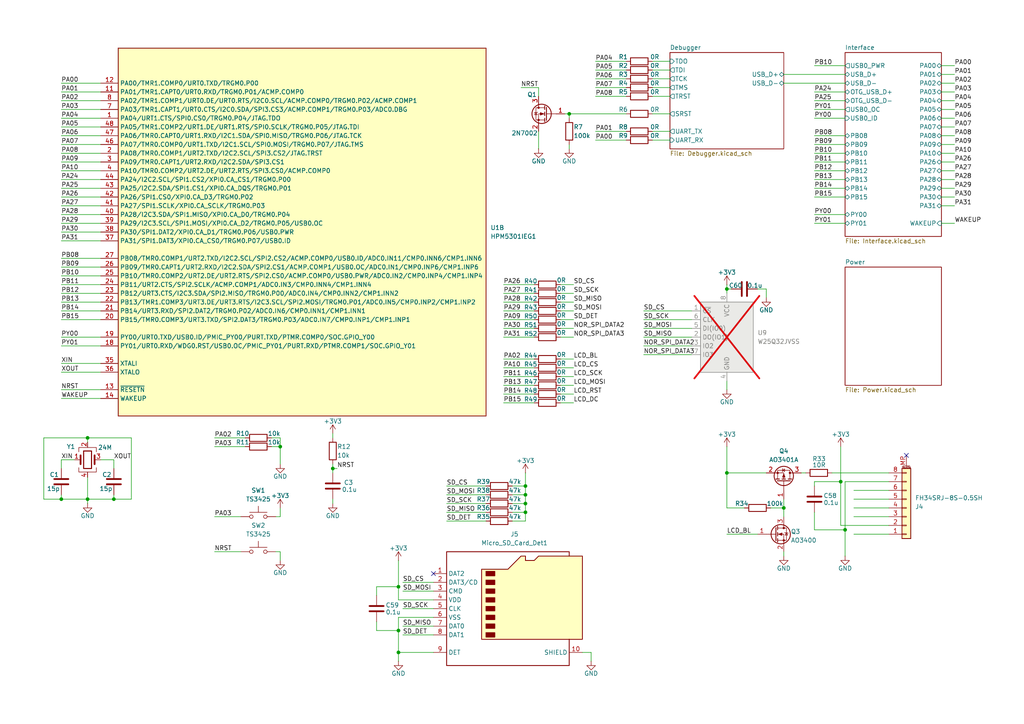
<source format=kicad_sch>
(kicad_sch (version 20231120) (generator "eeschema") (generator_version "8.0")
  (paper "A4")
  (lib_symbols
    (symbol "Connector:Micro_SD_Card_Det1"
      (property "Reference" "J" (at -16.51 17.78 0))
      (property "Value" "Micro_SD_Card_Det1" (at 16.51 17.78 0))
      (symbol "Micro_SD_Card_Det1_1_1"
        (pin bidirectional line (at -22.86 10.16 0) (length 3.81) (name "DAT2") (number "1"))
        (pin passive line (at 20.32 -12.7 180) (length 3.81) (name "SHIELD") (number "10"))
        (pin bidirectional line (at -22.86 7.62 0) (length 3.81) (name "DAT3/CD") (number "2"))
        (pin input line (at -22.86 5.08 0) (length 3.81) (name "CMD") (number "3"))
        (pin power_in line (at -22.86 2.54 0) (length 3.81) (name "VDD") (number "4"))
        (pin input line (at -22.86 0 0) (length 3.81) (name "CLK") (number "5"))
        (pin power_in line (at -22.86 -2.54 0) (length 3.81) (name "VSS") (number "6"))
        (pin bidirectional line (at -22.86 -5.08 0) (length 3.81) (name "DAT0") (number "7"))
        (pin bidirectional line (at -22.86 -7.62 0) (length 3.81) (name "DAT1") (number "8"))
        (pin passive line (at -22.86 -12.7 0) (length 3.81) (name "DET") (number "9"))
      )
    )
    (symbol "Connector_Generic_MountingPin:Conn_01x08_MountingPin" (pin_names (offset 1.016) hide)
      (property "Reference" "J" (at 0 10.16 0))
      (property "Value" "Conn_01x08_MountingPin" (at 1.27 -12.7 0))
      (symbol "Conn_01x08_MountingPin_1_1"
        (text "Mounting" (at 0 -11.811 0) (effects (font (size 0.381 0.381))))
        (pin passive line (at -5.08 7.62 0) (length 3.81) (name "Pin_1") (number "1"))
        (pin passive line (at -5.08 5.08 0) (length 3.81) (name "Pin_2") (number "2"))
        (pin passive line (at -5.08 2.54 0) (length 3.81) (name "Pin_3") (number "3"))
        (pin passive line (at -5.08 0 0) (length 3.81) (name "Pin_4") (number "4"))
        (pin passive line (at -5.08 -2.54 0) (length 3.81) (name "Pin_5") (number "5"))
        (pin passive line (at -5.08 -5.08 0) (length 3.81) (name "Pin_6") (number "6"))
        (pin passive line (at -5.08 -7.62 0) (length 3.81) (name "Pin_7") (number "7"))
        (pin passive line (at -5.08 -10.16 0) (length 3.81) (name "Pin_8") (number "8"))
        (pin passive line (at 0 -15.24 90) (length 3.048) (name "MountPin") (number "MP"))
      )
    )
    (symbol "Device:C" (pin_numbers hide) (pin_names (offset 0.254))
      (property "Reference" "C" (at 0.635 2.54 0))
      (property "Value" "C" (at 0.635 -2.54 0))
      (symbol "C_1_1"
        (pin passive line (at 0 3.81 270) (length 2.794) (name "~") (number "1"))
        (pin passive line (at 0 -3.81 90) (length 2.794) (name "~") (number "2"))
      )
    )
    (symbol "Device:Crystal_GND24" (pin_names (offset 1.016) hide)
      (property "Reference" "Y" (at 3.175 5.08 0))
      (property "Value" "Crystal_GND24" (at 3.175 3.175 0))
      (symbol "Crystal_GND24_1_1"
        (pin passive line (at -3.81 0 0) (length 1.27) (name "1") (number "1"))
        (pin passive line (at 0 5.08 270) (length 1.27) (name "2") (number "2"))
        (pin passive line (at 3.81 0 180) (length 1.27) (name "3") (number "3"))
        (pin passive line (at 0 -5.08 90) (length 1.27) (name "4") (number "4"))
      )
    )
    (symbol "Device:R" (pin_numbers hide) (pin_names (offset 0))
      (property "Reference" "R" (at 2.032 0 90))
      (property "Value" "R" (at 0 0 90))
      (symbol "R_1_1"
        (pin passive line (at 0 3.81 270) (length 1.27) (name "~") (number "1"))
        (pin passive line (at 0 -3.81 90) (length 1.27) (name "~") (number "2"))
      )
    )
    (symbol "HPM5300_Library:HPM5301IEG1"
      (property "Reference" "U" (at -39.624 54.356 0))
      (property "Value" "HPM5301IEG1" (at -25.654 54.356 0))
      (symbol "HPM5301IEG1_1_0"
        (pin power_in line (at 22.86 -17.78 180) (length 5.08) (name "VSS") (number "49"))
      )
      (symbol "HPM5301IEG1_1_1"
        (text "DCDC" (at -3.81 2.54 0) (effects (font (size 1.27 1.27))))
        (text "Internal" (at -12.7 7.62 0) (effects (font (size 1.27 1.27))))
        (text "LDO" (at -5.08 12.7 0) (effects (font (size 1.27 1.27))))
        (text "LDO" (at -5.08 17.78 0) (effects (font (size 1.27 1.27))))
        (pin power_out line (at 22.86 12.7 180) (length 5.08) (name "VDD_OTPCAP") (number "10"))
        (pin power_in line (at -22.86 -2.54 0) (length 5.08) (name "DCDC_LP") (number "15"))
        (pin power_in line (at -22.86 15.24 0) (length 5.08) (name "VPMC") (number "16"))
        (pin power_out line (at 22.86 17.78 180) (length 5.08) (name "VDD_PMCCAP") (number "17"))
        (pin power_in line (at 22.86 2.54 180) (length 5.08) (name "VDD_SOC") (number "28"))
        (pin power_in line (at 22.86 -12.7 180) (length 5.08) (name "VIO_B01") (number "29"))
        (pin power_in line (at -22.86 -17.78 0) (length 5.08) (name "VREFL") (number "30"))
        (pin power_in line (at -22.86 -15.24 0) (length 5.08) (name "VREFH") (number "31"))
        (pin power_in line (at -22.86 -12.7 0) (length 5.08) (name "VANA") (number "32"))
        (pin power_in line (at 22.86 0 180) (length 5.08) (name "VDD_SOC") (number "33"))
        (pin power_in line (at 22.86 -10.16 180) (length 5.08) (name "VIO_B00") (number "34"))
        (pin power_in line (at 22.86 -2.54 180) (length 5.08) (name "VDD_SOC") (number "45"))
        (pin power_in line (at 22.86 7.62 180) (length 5.08) (name "VDD_SOC") (number "5"))
        (pin power_in line (at 22.86 -7.62 180) (length 5.08) (name "VIO_B00") (number "6"))
        (pin power_in line (at 22.86 5.08 180) (length 5.08) (name "VDD_SOC") (number "9"))
      )
      (symbol "HPM5301IEG1_2_1"
        (pin bidirectional line (at -58.42 33.02 0) (length 5.08) (name "PA04/URT1.CTS/SPI0.CS0/TRGM0.P04/JTAG.TDO") (number "1"))
        (pin bidirectional line (at -58.42 40.64 0) (length 5.08) (name "PA01/TMR1.CAPT0/URT0.RXD/TRGM0.P01/ACMP.COMP0") (number "11"))
        (pin bidirectional line (at -58.42 43.18 0) (length 5.08) (name "PA00/TMR1.COMP0/URT0.TXD/TRGM0.P00") (number "12"))
        (pin input line (at -58.42 -45.72 0) (length 5.08) (name "~{RESETN}") (number "13"))
        (pin input line (at -58.42 -48.26 0) (length 5.08) (name "WAKEUP") (number "14"))
        (pin bidirectional line (at -58.42 -33.02 0) (length 5.08) (name "PY01/URT0.RXD/WDG0.RST/USB0.OC/PMIC_PY01/PURT.RXD/PTMR.COMP1/SOC.GPIO_Y01") (number "18"))
        (pin bidirectional line (at -58.42 -30.48 0) (length 5.08) (name "PY00/URT0.TXD/USB0.ID/PMIC_PY00/PURT.TXD/PTMR.COMP0/SOC.GPIO_Y00") (number "19"))
        (pin bidirectional line (at -58.42 22.86 0) (length 5.08) (name "PA08/TMR0.COMP1/URT2.TXD/I2C2.SCL/SPI3.CS2/JTAG.TRST") (number "2"))
        (pin bidirectional line (at -58.42 -25.4 0) (length 5.08) (name "PB15/TMR0.COMP3/URT3.TXD/SPI2.DAT3/TRGM0.P03/ADC0.IN7/CMP0.INP1/CMP1.INP1") (number "20"))
        (pin bidirectional line (at -58.42 -22.86 0) (length 5.08) (name "PB14/URT3.RXD/SPI2.DAT2/TRGM0.P02/ADC0.IN6/CMP0.INN1/CMP1.INN1") (number "21"))
        (pin bidirectional line (at -58.42 -20.32 0) (length 5.08) (name "PB13/TMR1.COMP3/URT3.DE/URT3.RTS/I2C3.SCL/SPI2.MOSI/TRGM0.P01/ADC0.IN5/CMP0.INP2/CMP1.INP2") (number "22"))
        (pin bidirectional line (at -58.42 -17.78 0) (length 5.08) (name "PB12/URT3.CTS/I2C3.SDA/SPI2.MISO/TRGM0.P00/ADC0.IN4/CMP0.INN2/CMP1.INN2") (number "23"))
        (pin bidirectional line (at -58.42 -15.24 0) (length 5.08) (name "PB11/URT2.CTS/SPI2.SCLK/ACMP.COMP1/ADC0.IN3/CMP0.INN4/CMP1.INN4") (number "24"))
        (pin bidirectional line (at -58.42 -12.7 0) (length 5.08) (name "PB10/TMR0.COMP2/URT2.DE/URT2.RTS/SPI2.CS0/ACMP.COMP0/USB0.PWR/ADC0.IN2/CMP0.INP4/CMP1.INP4") (number "25"))
        (pin bidirectional line (at -58.42 -10.16 0) (length 5.08) (name "PB09/TMR0.CAPT1/URT2.RXD/I2C2.SDA/SPI2.CS1/ACMP.COMP1/USB0.OC/ADC0.IN1/CMP0.INP6/CMP1.INP6") (number "26"))
        (pin bidirectional line (at -58.42 -7.62 0) (length 5.08) (name "PB08/TMR0.COMP1/URT2.TXD/I2C2.SCL/SPI2.CS2/ACMP.COMP0/USB0.ID/ADC0.IN11/CMP0.INN6/CMP1.INN6") (number "27"))
        (pin bidirectional line (at -58.42 20.32 0) (length 5.08) (name "PA09/TMR0.CAPT1/URT2.RXD/I2C2.SDA/SPI3.CS1") (number "3"))
        (pin input line (at -58.42 -38.1 0) (length 5.08) (name "XTALI") (number "35"))
        (pin output line (at -58.42 -40.64 0) (length 5.08) (name "XTALO") (number "36"))
        (pin bidirectional line (at -58.42 -2.54 0) (length 5.08) (name "PA31/SPI1.DAT3/XPI0.CA_CS0/TRGM0.P07/USB0.ID") (number "37"))
        (pin bidirectional line (at -58.42 0 0) (length 5.08) (name "PA30/SPI1.DAT2/XPI0.CA_D1/TRGM0.P06/USB0.PWR") (number "38"))
        (pin bidirectional line (at -58.42 2.54 0) (length 5.08) (name "PA29/I2C3.SCL/SPI1.MOSI/XPI0.CA_D2/TRGM0.P05/USB0.OC") (number "39"))
        (pin bidirectional line (at -58.42 17.78 0) (length 5.08) (name "PA10/TMR0.COMP2/URT2.DE/URT2.RTS/SPI3.CS0/ACMP.COMP0") (number "4"))
        (pin bidirectional line (at -58.42 5.08 0) (length 5.08) (name "PA28/I2C3.SDA/SPI1.MISO/XPI0.CA_D0/TRGM0.P04") (number "40"))
        (pin bidirectional line (at -58.42 7.62 0) (length 5.08) (name "PA27/SPI1.SCLK/XPI0.CA_SCLK/TRGM0.P03") (number "41"))
        (pin bidirectional line (at -58.42 10.16 0) (length 5.08) (name "PA26/SPI1.CS0/XPI0.CA_D3/TRGM0.P02") (number "42"))
        (pin bidirectional line (at -58.42 12.7 0) (length 5.08) (name "PA25/I2C2.SDA/SPI1.CS1/XPI0.CA_DQS/TRGM0.P01") (number "43"))
        (pin bidirectional line (at -58.42 15.24 0) (length 5.08) (name "PA24/I2C2.SCL/SPI1.CS2/XPI0.CA_CS1/TRGM0.P00") (number "44"))
        (pin bidirectional line (at -58.42 25.4 0) (length 5.08) (name "PA07/TMR0.COMP0/URT1.TXD/I2C1.SCL/SPI0.MOSI/TRGM0.P07/JTAG.TMS") (number "46"))
        (pin bidirectional line (at -58.42 27.94 0) (length 5.08) (name "PA06/TMR0.CAPT0/URT1.RXD/I2C1.SDA/SPI0.MISO/TRGM0.P06/JTAG.TCK") (number "47"))
        (pin bidirectional line (at -58.42 30.48 0) (length 5.08) (name "PA05/TMR1.COMP2/URT1.DE/URT1.RTS/SPI0.SCLK/TRGM0.P05/JTAG.TDI") (number "48"))
        (pin bidirectional line (at -58.42 35.56 0) (length 5.08) (name "PA03/TMR1.CAPT1/URT0.CTS/I2C0.SDA/SPI3.CS3/ACMP.COMP1/TRGM0.P03/ADC0.DBG") (number "7"))
        (pin bidirectional line (at -58.42 38.1 0) (length 5.08) (name "PA02/TMR1.COMP1/URT0.DE/URT0.RTS/I2C0.SCL/ACMP.COMP0/TRGM0.P02/ACMP.COMP1") (number "8"))
      )
    )
    (symbol "Memory_Flash:W25Q32JVSS"
      (property "Reference" "U" (at -6.35 11.43 0))
      (property "Value" "W25Q32JVSS" (at 7.62 11.43 0))
      (symbol "W25Q32JVSS_1_1"
        (pin input line (at -10.16 7.62 0) (length 2.54) (name "~{CS}") (number "1"))
        (pin bidirectional line (at -10.16 0 0) (length 2.54) (name "DO(IO1)") (number "2"))
        (pin bidirectional line (at -10.16 -2.54 0) (length 2.54) (name "IO2") (number "3"))
        (pin power_in line (at 0 -12.7 90) (length 2.54) (name "GND") (number "4"))
        (pin bidirectional line (at -10.16 2.54 0) (length 2.54) (name "DI(IO0)") (number "5"))
        (pin input line (at -10.16 5.08 0) (length 2.54) (name "CLK") (number "6"))
        (pin bidirectional line (at -10.16 -5.08 0) (length 2.54) (name "IO3") (number "7"))
        (pin power_in line (at 0 12.7 270) (length 2.54) (name "VCC") (number "8"))
      )
    )
    (symbol "Switch:SW_Push" (pin_numbers hide) (pin_names (offset 1.016) hide)
      (property "Reference" "SW" (at 1.27 2.54 0))
      (property "Value" "SW_Push" (at 0 -1.524 0))
      (symbol "SW_Push_0_1"
        (pin passive line (at -5.08 0 0) (length 2.54) (name "1") (number "1"))
        (pin passive line (at 5.08 0 180) (length 2.54) (name "2") (number "2"))
      )
    )
    (symbol "Transistor_FET:2N7002" (pin_names hide)
      (property "Reference" "Q" (at 5.08 1.905 0))
      (property "Value" "2N7002" (at 5.08 0 0))
      (symbol "2N7002_1_1"
        (pin input line (at -5.08 0 0) (length 2.54) (name "G") (number "1"))
        (pin passive line (at 2.54 -5.08 90) (length 2.54) (name "S") (number "2"))
        (pin passive line (at 2.54 5.08 270) (length 2.54) (name "D") (number "3"))
      )
    )
    (symbol "Transistor_FET:AO3400A" (pin_names hide)
      (property "Reference" "Q" (at 5.08 1.905 0))
      (property "Value" "AO3400A" (at 5.08 0 0))
      (symbol "AO3400A_1_1"
        (pin input line (at -5.08 0 0) (length 2.54) (name "G") (number "1"))
        (pin passive line (at 2.54 -5.08 90) (length 2.54) (name "S") (number "2"))
        (pin passive line (at 2.54 5.08 270) (length 2.54) (name "D") (number "3"))
      )
    )
    (symbol "Transistor_FET:AO3401A" (pin_names hide)
      (property "Reference" "Q" (at 5.08 1.905 0))
      (property "Value" "AO3401A" (at 5.08 0 0))
      (symbol "AO3401A_1_1"
        (pin input line (at -5.08 0 0) (length 2.54) (name "G") (number "1"))
        (pin passive line (at 2.54 -5.08 90) (length 2.54) (name "S") (number "2"))
        (pin passive line (at 2.54 5.08 270) (length 2.54) (name "D") (number "3"))
      )
    )
    (symbol "power:+3V3" (power) (pin_numbers hide) (pin_names (offset 0) hide)
      (property "Value" "+3V3" (at 0 3.556 0))
      (symbol "+3V3_1_1"
        (pin power_in line (at 0 0 90) (length 0) (name "~") (number "1"))
      )
    )
    (symbol "power:GND" (power) (pin_numbers hide) (pin_names (offset 0) hide)
      (property "Value" "GND" (at 0 -3.81 0))
      (symbol "GND_1_1"
        (pin power_in line (at 0 0 270) (length 0) (name "~") (number "1"))
      )
    )
  )
  (junction (at 210.82 83.82))
  (junction (at 152.4 146.05))
  (junction (at 243.84 139.7))
  (junction (at 152.4 148.59))
  (junction (at 81.28 129.54))
  (junction (at 96.52 135.89))
  (junction (at 152.4 143.51))
  (junction (at 165.1 33.02))
  (junction (at 115.57 189.23))
  (junction (at 152.4 140.97))
  (junction (at 245.11 153.67))
  (junction (at 33.02 144.78))
  (junction (at 115.57 170.18))
  (junction (at 25.4 127))
  (junction (at 25.4 144.78))
  (junction (at 210.82 137.16))
  (junction (at 17.78 144.78))
  (junction (at 227.33 147.32))
  (junction (at 115.57 182.88))
  (no_connect (at 125.73 166.37))
  (no_connect (at 262.89 132.08))
  (wire (pts (xy 129.54 140.97) (xy 140.97 140.97)))
  (wire (pts (xy 146.05 116.84) (xy 154.94 116.84)))
  (wire (pts (xy 162.56 109.22) (xy 166.37 109.22)))
  (wire (pts (xy 148.59 143.51) (xy 152.4 143.51)))
  (wire (pts (xy 276.86 59.69) (xy 273.05 59.69)))
  (wire (pts (xy 166.37 116.84) (xy 162.56 116.84)))
  (wire (pts (xy 210.82 110.49) (xy 210.82 113.03)))
  (wire (pts (xy 17.78 133.35) (xy 21.59 133.35)))
  (wire (pts (xy 222.25 83.82) (xy 222.25 86.36)))
  (wire (pts (xy 129.54 151.13) (xy 140.97 151.13)))
  (wire (pts (xy 17.78 82.55) (xy 29.21 82.55)))
  (wire (pts (xy 236.22 57.15) (xy 245.11 57.15)))
  (wire (pts (xy 236.22 64.77) (xy 245.11 64.77)))
  (wire (pts (xy 38.1 127) (xy 38.1 144.78)))
  (wire (pts (xy 148.59 148.59) (xy 152.4 148.59)))
  (wire (pts (xy 172.72 22.86) (xy 181.61 22.86)))
  (wire (pts (xy 210.82 83.82) (xy 212.09 83.82)))
  (wire (pts (xy 166.37 106.68) (xy 162.56 106.68)))
  (wire (pts (xy 227.33 147.32) (xy 227.33 149.86)))
  (wire (pts (xy 116.84 176.53) (xy 125.73 176.53)))
  (wire (pts (xy 186.69 92.71) (xy 200.66 92.71)))
  (wire (pts (xy 109.22 172.72) (xy 109.22 170.18)))
  (wire (pts (xy 146.05 114.3) (xy 154.94 114.3)))
  (wire (pts (xy 189.23 25.4) (xy 194.31 25.4)))
  (wire (pts (xy 146.05 97.79) (xy 154.94 97.79)))
  (wire (pts (xy 163.83 33.02) (xy 165.1 33.02)))
  (wire (pts (xy 17.78 144.78) (xy 25.4 144.78)))
  (wire (pts (xy 166.37 90.17) (xy 162.56 90.17)))
  (wire (pts (xy 17.78 67.31) (xy 29.21 67.31)))
  (wire (pts (xy 17.78 34.29) (xy 29.21 34.29)))
  (wire (pts (xy 80.01 160.02) (xy 81.28 160.02)))
  (wire (pts (xy 210.82 154.94) (xy 219.71 154.94)))
  (wire (pts (xy 78.74 129.54) (xy 81.28 129.54)))
  (wire (pts (xy 186.69 102.87) (xy 200.66 102.87)))
  (wire (pts (xy 62.23 127) (xy 71.12 127)))
  (wire (pts (xy 236.22 29.21) (xy 245.11 29.21)))
  (wire (pts (xy 276.86 44.45) (xy 273.05 44.45)))
  (wire (pts (xy 276.86 29.21) (xy 273.05 29.21)))
  (wire (pts (xy 146.05 106.68) (xy 154.94 106.68)))
  (wire (pts (xy 236.22 39.37) (xy 245.11 39.37)))
  (wire (pts (xy 17.78 144.78) (xy 17.78 143.51)))
  (wire (pts (xy 17.78 133.35) (xy 17.78 135.89)))
  (wire (pts (xy 17.78 107.95) (xy 29.21 107.95)))
  (wire (pts (xy 25.4 127) (xy 38.1 127)))
  (wire (pts (xy 148.59 151.13) (xy 152.4 151.13)))
  (wire (pts (xy 276.86 41.91) (xy 273.05 41.91)))
  (wire (pts (xy 17.78 54.61) (xy 29.21 54.61)))
  (wire (pts (xy 17.78 39.37) (xy 29.21 39.37)))
  (wire (pts (xy 162.56 92.71) (xy 166.37 92.71)))
  (wire (pts (xy 247.65 149.86) (xy 257.81 149.86)))
  (wire (pts (xy 223.52 147.32) (xy 227.33 147.32)))
  (wire (pts (xy 236.22 54.61) (xy 245.11 54.61)))
  (wire (pts (xy 17.78 74.93) (xy 29.21 74.93)))
  (wire (pts (xy 276.86 46.99) (xy 273.05 46.99)))
  (wire (pts (xy 232.41 137.16) (xy 233.68 137.16)))
  (wire (pts (xy 17.78 59.69) (xy 29.21 59.69)))
  (wire (pts (xy 17.78 77.47) (xy 29.21 77.47)))
  (wire (pts (xy 236.22 49.53) (xy 245.11 49.53)))
  (wire (pts (xy 17.78 26.67) (xy 29.21 26.67)))
  (wire (pts (xy 247.65 154.94) (xy 257.81 154.94)))
  (wire (pts (xy 186.69 90.17) (xy 200.66 90.17)))
  (wire (pts (xy 115.57 179.07) (xy 115.57 182.88)))
  (wire (pts (xy 146.05 104.14) (xy 154.94 104.14)))
  (wire (pts (xy 62.23 149.86) (xy 69.85 149.86)))
  (wire (pts (xy 236.22 19.05) (xy 245.11 19.05)))
  (wire (pts (xy 17.78 49.53) (xy 29.21 49.53)))
  (wire (pts (xy 17.78 29.21) (xy 29.21 29.21)))
  (wire (pts (xy 17.78 69.85) (xy 29.21 69.85)))
  (wire (pts (xy 129.54 148.59) (xy 140.97 148.59)))
  (wire (pts (xy 172.72 40.64) (xy 181.61 40.64)))
  (wire (pts (xy 276.86 52.07) (xy 273.05 52.07)))
  (wire (pts (xy 189.23 20.32) (xy 194.31 20.32)))
  (wire (pts (xy 81.28 160.02) (xy 81.28 162.56)))
  (wire (pts (xy 17.78 46.99) (xy 29.21 46.99)))
  (wire (pts (xy 17.78 80.01) (xy 29.21 80.01)))
  (wire (pts (xy 115.57 189.23) (xy 115.57 191.77)))
  (wire (pts (xy 243.84 152.4) (xy 243.84 139.7)))
  (wire (pts (xy 152.4 137.16) (xy 152.4 140.97)))
  (wire (pts (xy 241.3 137.16) (xy 257.81 137.16)))
  (wire (pts (xy 17.78 97.79) (xy 29.21 97.79)))
  (wire (pts (xy 115.57 162.56) (xy 115.57 170.18)))
  (wire (pts (xy 276.86 21.59) (xy 273.05 21.59)))
  (wire (pts (xy 276.86 39.37) (xy 273.05 39.37)))
  (wire (pts (xy 172.72 25.4) (xy 181.61 25.4)))
  (wire (pts (xy 215.9 147.32) (xy 210.82 147.32)))
  (wire (pts (xy 210.82 129.54) (xy 210.82 137.16)))
  (wire (pts (xy 62.23 129.54) (xy 71.12 129.54)))
  (wire (pts (xy 276.86 36.83) (xy 273.05 36.83)))
  (wire (pts (xy 247.65 147.32) (xy 257.81 147.32)))
  (wire (pts (xy 166.37 114.3) (xy 162.56 114.3)))
  (wire (pts (xy 81.28 147.32) (xy 81.28 149.86)))
  (wire (pts (xy 146.05 111.76) (xy 154.94 111.76)))
  (wire (pts (xy 146.05 92.71) (xy 154.94 92.71)))
  (wire (pts (xy 189.23 27.94) (xy 194.31 27.94)))
  (wire (pts (xy 115.57 182.88) (xy 115.57 189.23)))
  (wire (pts (xy 109.22 180.34) (xy 109.22 182.88)))
  (wire (pts (xy 12.7 127) (xy 12.7 144.78)))
  (wire (pts (xy 245.11 139.7) (xy 245.11 153.67)))
  (wire (pts (xy 115.57 179.07) (xy 125.73 179.07)))
  (wire (pts (xy 189.23 40.64) (xy 194.31 40.64)))
  (wire (pts (xy 146.05 95.25) (xy 154.94 95.25)))
  (wire (pts (xy 243.84 139.7) (xy 243.84 129.54)))
  (wire (pts (xy 115.57 173.99) (xy 125.73 173.99)))
  (wire (pts (xy 129.54 146.05) (xy 140.97 146.05)))
  (wire (pts (xy 17.78 87.63) (xy 29.21 87.63)))
  (wire (pts (xy 236.22 44.45) (xy 245.11 44.45)))
  (wire (pts (xy 171.45 189.23) (xy 171.45 191.77)))
  (wire (pts (xy 25.4 144.78) (xy 25.4 146.05)))
  (wire (pts (xy 172.72 17.78) (xy 181.61 17.78)))
  (wire (pts (xy 17.78 90.17) (xy 29.21 90.17)))
  (wire (pts (xy 129.54 143.51) (xy 140.97 143.51)))
  (wire (pts (xy 146.05 109.22) (xy 154.94 109.22)))
  (wire (pts (xy 148.59 146.05) (xy 152.4 146.05)))
  (wire (pts (xy 162.56 104.14) (xy 166.37 104.14)))
  (wire (pts (xy 152.4 143.51) (xy 152.4 146.05)))
  (wire (pts (xy 116.84 168.91) (xy 125.73 168.91)))
  (wire (pts (xy 276.86 26.67) (xy 273.05 26.67)))
  (wire (pts (xy 236.22 34.29) (xy 245.11 34.29)))
  (wire (pts (xy 165.1 41.91) (xy 165.1 43.18)))
  (wire (pts (xy 146.05 87.63) (xy 154.94 87.63)))
  (wire (pts (xy 257.81 139.7) (xy 245.11 139.7)))
  (wire (pts (xy 25.4 127) (xy 12.7 127)))
  (wire (pts (xy 116.84 184.15) (xy 125.73 184.15)))
  (wire (pts (xy 152.4 146.05) (xy 152.4 148.59)))
  (wire (pts (xy 236.22 62.23) (xy 245.11 62.23)))
  (wire (pts (xy 146.05 90.17) (xy 154.94 90.17)))
  (wire (pts (xy 17.78 41.91) (xy 29.21 41.91)))
  (wire (pts (xy 33.02 133.35) (xy 33.02 135.89)))
  (wire (pts (xy 96.52 135.89) (xy 97.79 135.89)))
  (wire (pts (xy 189.23 17.78) (xy 194.31 17.78)))
  (wire (pts (xy 29.21 133.35) (xy 33.02 133.35)))
  (wire (pts (xy 276.86 34.29) (xy 273.05 34.29)))
  (wire (pts (xy 186.69 97.79) (xy 200.66 97.79)))
  (wire (pts (xy 17.78 92.71) (xy 29.21 92.71)))
  (wire (pts (xy 25.4 138.43) (xy 25.4 144.78)))
  (wire (pts (xy 78.74 127) (xy 81.28 127)))
  (wire (pts (xy 17.78 64.77) (xy 29.21 64.77)))
  (wire (pts (xy 81.28 129.54) (xy 81.28 134.62)))
  (wire (pts (xy 96.52 135.89) (xy 96.52 137.16)))
  (wire (pts (xy 152.4 140.97) (xy 152.4 143.51)))
  (wire (pts (xy 17.78 100.33) (xy 29.21 100.33)))
  (wire (pts (xy 146.05 82.55) (xy 154.94 82.55)))
  (wire (pts (xy 210.82 82.55) (xy 210.82 83.82)))
  (wire (pts (xy 115.57 170.18) (xy 115.57 173.99)))
  (wire (pts (xy 17.78 31.75) (xy 29.21 31.75)))
  (wire (pts (xy 17.78 113.03) (xy 29.21 113.03)))
  (wire (pts (xy 189.23 38.1) (xy 194.31 38.1)))
  (wire (pts (xy 17.78 36.83) (xy 29.21 36.83)))
  (wire (pts (xy 236.22 148.59) (xy 236.22 153.67)))
  (wire (pts (xy 276.86 31.75) (xy 273.05 31.75)))
  (wire (pts (xy 186.69 100.33) (xy 200.66 100.33)))
  (wire (pts (xy 219.71 83.82) (xy 222.25 83.82)))
  (wire (pts (xy 162.56 95.25) (xy 166.37 95.25)))
  (wire (pts (xy 151.13 25.4) (xy 156.21 25.4)))
  (wire (pts (xy 17.78 24.13) (xy 29.21 24.13)))
  (wire (pts (xy 109.22 170.18) (xy 115.57 170.18)))
  (wire (pts (xy 276.86 49.53) (xy 273.05 49.53)))
  (wire (pts (xy 245.11 153.67) (xy 245.11 161.29)))
  (wire (pts (xy 166.37 111.76) (xy 162.56 111.76)))
  (wire (pts (xy 189.23 22.86) (xy 194.31 22.86)))
  (wire (pts (xy 109.22 182.88) (xy 115.57 182.88)))
  (wire (pts (xy 172.72 27.94) (xy 181.61 27.94)))
  (wire (pts (xy 222.25 137.16) (xy 210.82 137.16)))
  (wire (pts (xy 81.28 127) (xy 81.28 129.54)))
  (wire (pts (xy 156.21 38.1) (xy 156.21 43.18)))
  (wire (pts (xy 166.37 85.09) (xy 162.56 85.09)))
  (wire (pts (xy 189.23 33.02) (xy 194.31 33.02)))
  (wire (pts (xy 236.22 46.99) (xy 245.11 46.99)))
  (wire (pts (xy 227.33 24.13) (xy 245.11 24.13)))
  (wire (pts (xy 236.22 140.97) (xy 236.22 139.7)))
  (wire (pts (xy 166.37 87.63) (xy 162.56 87.63)))
  (wire (pts (xy 146.05 85.09) (xy 154.94 85.09)))
  (wire (pts (xy 276.86 64.77) (xy 273.05 64.77)))
  (wire (pts (xy 236.22 31.75) (xy 245.11 31.75)))
  (wire (pts (xy 257.81 152.4) (xy 243.84 152.4)))
  (wire (pts (xy 165.1 33.02) (xy 181.61 33.02)))
  (wire (pts (xy 25.4 128.27) (xy 25.4 127)))
  (wire (pts (xy 236.22 139.7) (xy 243.84 139.7)))
  (wire (pts (xy 17.78 57.15) (xy 29.21 57.15)))
  (wire (pts (xy 96.52 144.78) (xy 96.52 146.05)))
  (wire (pts (xy 172.72 38.1) (xy 181.61 38.1)))
  (wire (pts (xy 148.59 140.97) (xy 152.4 140.97)))
  (wire (pts (xy 62.23 160.02) (xy 69.85 160.02)))
  (wire (pts (xy 236.22 26.67) (xy 245.11 26.67)))
  (wire (pts (xy 276.86 19.05) (xy 273.05 19.05)))
  (wire (pts (xy 162.56 97.79) (xy 166.37 97.79)))
  (wire (pts (xy 17.78 52.07) (xy 29.21 52.07)))
  (wire (pts (xy 156.21 25.4) (xy 156.21 27.94)))
  (wire (pts (xy 186.69 95.25) (xy 200.66 95.25)))
  (wire (pts (xy 17.78 115.57) (xy 29.21 115.57)))
  (wire (pts (xy 116.84 171.45) (xy 125.73 171.45)))
  (wire (pts (xy 236.22 52.07) (xy 245.11 52.07)))
  (wire (pts (xy 247.65 142.24) (xy 257.81 142.24)))
  (wire (pts (xy 165.1 33.02) (xy 165.1 34.29)))
  (wire (pts (xy 227.33 160.02) (xy 227.33 161.29)))
  (wire (pts (xy 152.4 151.13) (xy 152.4 148.59)))
  (wire (pts (xy 236.22 41.91) (xy 245.11 41.91)))
  (wire (pts (xy 96.52 125.73) (xy 96.52 127)))
  (wire (pts (xy 96.52 134.62) (xy 96.52 135.89)))
  (wire (pts (xy 115.57 189.23) (xy 125.73 189.23)))
  (wire (pts (xy 33.02 144.78) (xy 33.02 143.51)))
  (wire (pts (xy 210.82 83.82) (xy 210.82 85.09)))
  (wire (pts (xy 17.78 62.23) (xy 29.21 62.23)))
  (wire (pts (xy 81.28 149.86) (xy 80.01 149.86)))
  (wire (pts (xy 227.33 21.59) (xy 245.11 21.59)))
  (wire (pts (xy 25.4 144.78) (xy 33.02 144.78)))
  (wire (pts (xy 276.86 24.13) (xy 273.05 24.13)))
  (wire (pts (xy 210.82 147.32) (xy 210.82 137.16)))
  (wire (pts (xy 168.91 189.23) (xy 171.45 189.23)))
  (wire (pts (xy 116.84 181.61) (xy 125.73 181.61)))
  (wire (pts (xy 276.86 54.61) (xy 273.05 54.61)))
  (wire (pts (xy 17.78 44.45) (xy 29.21 44.45)))
  (wire (pts (xy 247.65 144.78) (xy 257.81 144.78)))
  (wire (pts (xy 236.22 153.67) (xy 245.11 153.67)))
  (wire (pts (xy 166.37 82.55) (xy 162.56 82.55)))
  (wire (pts (xy 12.7 144.78) (xy 17.78 144.78)))
  (wire (pts (xy 17.78 85.09) (xy 29.21 85.09)))
  (wire (pts (xy 227.33 144.78) (xy 227.33 147.32)))
  (wire (pts (xy 17.78 105.41) (xy 29.21 105.41)))
  (wire (pts (xy 276.86 57.15) (xy 273.05 57.15)))
  (wire (pts (xy 38.1 144.78) (xy 33.02 144.78)))
  (wire (pts (xy 172.72 20.32) (xy 181.61 20.32)))
  (label "PA27" (at 146.05 85.09 0))
  (label "PA29" (at 17.78 64.77 0))
  (label "PB09" (at 236.22 41.91 0))
  (label "PA09" (at 17.78 46.99 0))
  (label "XIN" (at 17.78 105.41 0))
  (label "PB11" (at 146.05 109.22 0))
  (label "NRST" (at 97.79 135.89 0))
  (label "PA27" (at 17.78 59.69 0))
  (label "NRST" (at 62.23 160.02 0))
  (label "SD_MISO" (at 186.69 97.79 0))
  (label "PB11" (at 236.22 46.99 0))
  (label "PA01" (at 17.78 26.67 0))
  (label "PA09" (at 146.05 92.71 0))
  (label "PA03" (at 62.23 129.54 0))
  (label "PB14" (at 146.05 114.3 0))
  (label "SD_SCK" (at 186.69 92.71 0))
  (label "PA04" (at 172.72 17.78 0))
  (label "PB08" (at 17.78 74.93 0))
  (label "PB12" (at 17.78 85.09 0))
  (label "SD_CS" (at 166.37 82.55 0))
  (label "PB13" (at 146.05 111.76 0))
  (label "NRST" (at 151.13 25.4 0))
  (label "PA31" (at 276.86 59.69 0))
  (label "PB08" (at 236.22 39.37 0))
  (label "PY01" (at 236.22 64.77 0))
  (label "PY00" (at 17.78 97.79 0))
  (label "PA29" (at 276.86 54.61 0))
  (label "SD_MOSI" (at 166.37 90.17 0))
  (label "PB11" (at 17.78 82.55 0))
  (label "PB13" (at 236.22 52.07 0))
  (label "WAKEUP" (at 17.78 115.57 0))
  (label "PA01" (at 172.72 38.1 0))
  (label "SD_CS" (at 129.54 140.97 0))
  (label "LCD_RST" (at 166.37 114.3 0))
  (label "PA30" (at 276.86 57.15 0))
  (label "PB15" (at 146.05 116.84 0))
  (label "PA06" (at 276.86 34.29 0))
  (label "PA05" (at 172.72 20.32 0))
  (label "PA06" (at 172.72 22.86 0))
  (label "PA04" (at 276.86 29.21 0))
  (label "PA25" (at 17.78 54.61 0))
  (label "PA03" (at 276.86 26.67 0))
  (label "PA24" (at 17.78 52.07 0))
  (label "LCD_BL" (at 210.82 154.94 0))
  (label "PB13" (at 17.78 87.63 0))
  (label "PA28" (at 146.05 87.63 0))
  (label "SD_DET" (at 116.84 184.15 0))
  (label "PB10" (at 17.78 80.01 0))
  (label "PA26" (at 17.78 57.15 0))
  (label "PB15" (at 17.78 92.71 0))
  (label "PA28" (at 276.86 52.07 0))
  (label "PB09" (at 17.78 77.47 0))
  (label "SD_SCK" (at 166.37 85.09 0))
  (label "SD_MISO" (at 129.54 148.59 0))
  (label "PA07" (at 276.86 36.83 0))
  (label "PA26" (at 146.05 82.55 0))
  (label "PY00" (at 236.22 62.23 0))
  (label "PA05" (at 276.86 31.75 0))
  (label "PY01" (at 17.78 100.33 0))
  (label "XOUT" (at 17.78 107.95 0))
  (label "PA08" (at 172.72 27.94 0))
  (label "PA08" (at 276.86 39.37 0))
  (label "PB10" (at 236.22 19.05 0))
  (label "PB14" (at 17.78 90.17 0))
  (label "PA00" (at 276.86 19.05 0))
  (label "PA31" (at 17.78 69.85 0))
  (label "NRST" (at 17.78 113.03 0))
  (label "NOR_SPI_DATA2" (at 186.69 100.33 0))
  (label "PY00" (at 236.22 34.29 0))
  (label "PA00" (at 172.72 40.64 0))
  (label "WAKEUP" (at 276.86 64.77 0))
  (label "SD_MISO" (at 116.84 181.61 0))
  (label "PB12" (at 236.22 49.53 0))
  (label "SD_MOSI" (at 129.54 143.51 0))
  (label "PA07" (at 172.72 25.4 0))
  (label "PA03" (at 17.78 31.75 0))
  (label "NOR_SPI_DATA3" (at 186.69 102.87 0))
  (label "XOUT" (at 33.02 133.35 0))
  (label "PA10" (at 276.86 44.45 0))
  (label "SD_SCK" (at 129.54 146.05 0))
  (label "SD_DET" (at 129.54 151.13 0))
  (label "PB10" (at 236.22 44.45 0))
  (label "LCD_MOSI" (at 166.37 111.76 0))
  (label "PA02" (at 62.23 127 0))
  (label "PA30" (at 17.78 67.31 0))
  (label "PA01" (at 276.86 21.59 0))
  (label "PA10" (at 146.05 106.68 0))
  (label "PA27" (at 276.86 49.53 0))
  (label "SD_MOSI" (at 186.69 95.25 0))
  (label "PA02" (at 276.86 24.13 0))
  (label "NOR_SPI_DATA3" (at 166.37 97.79 0))
  (label "PA04" (at 17.78 34.29 0))
  (label "PB15" (at 236.22 57.15 0))
  (label "LCD_DC" (at 166.37 116.84 0))
  (label "SD_CS" (at 116.84 168.91 0))
  (label "PA29" (at 146.05 90.17 0))
  (label "SD_CS" (at 186.69 90.17 0))
  (label "SD_MOSI" (at 116.84 171.45 0))
  (label "PA09" (at 276.86 41.91 0))
  (label "PA30" (at 146.05 95.25 0))
  (label "PA28" (at 17.78 62.23 0))
  (label "LCD_BL" (at 166.37 104.14 0))
  (label "PA26" (at 276.86 46.99 0))
  (label "PA02" (at 146.05 104.14 0))
  (label "PA25" (at 236.22 29.21 0))
  (label "PA05" (at 17.78 36.83 0))
  (label "PA06" (at 17.78 39.37 0))
  (label "SD_DET" (at 166.37 92.71 0))
  (label "LCD_SCK" (at 166.37 109.22 0))
  (label "NOR_SPI_DATA2" (at 166.37 95.25 0))
  (label "XIN" (at 17.78 133.35 0))
  (label "SD_SCK" (at 116.84 176.53 0))
  (label "PA31" (at 146.05 97.79 0))
  (label "PB14" (at 236.22 54.61 0))
  (label "PA02" (at 17.78 29.21 0))
  (label "LCD_CS" (at 166.37 106.68 0))
  (label "PY01" (at 236.22 31.75 0))
  (label "PA07" (at 17.78 41.91 0))
  (label "PA24" (at 236.22 26.67 0))
  (label "PA10" (at 17.78 49.53 0))
  (label "PA00" (at 17.78 24.13 0))
  (label "PA08" (at 17.78 44.45 0))
  (label "PA03" (at 62.23 149.86 0))
  (label "SD_MISO" (at 166.37 87.63 0))
  (symbol (lib_id "Device:R") (at 158.75 85.09 90) (unit 1)
    (property "Reference" "R41" (at 153.924 84.074 90))
    (property "Value" "0R" (at 162.814 83.82 90))
    (property "Footprint" "Resistor_SMD:R_0402_1005Metric" (effects (hide yes)))
    (property "Description" "Resistor" (effects (hide yes)))
  )
  (symbol (lib_id "Device:R") (at 185.42 17.78 90) (unit 1)
    (property "Reference" "R1" (at 182.118 16.51 90) (effects (justify left)))
    (property "Value" "0R" (at 191.262 16.51 90) (effects (justify left)))
    (property "Footprint" "Resistor_SMD:R_0402_1005Metric" (effects (hide yes)))
    (property "Description" "Resistor" (effects (hide yes)))
  )
  (symbol (lib_id "Device:C") (at 17.78 139.7 0) (unit 1)
    (property "Reference" "C1" (at 15.748 137.668 0))
    (property "Value" "15p" (at 15.494 141.732 0))
    (property "Footprint" "Capacitor_SMD:C_0402_1005Metric" (effects (hide yes)))
    (property "Description" "Unpolarized capacitor" (effects (hide yes)))
  )
  (symbol (lib_id "power:+3V3") (at 210.82 82.55 0) (unit 1)
    (property "Reference" "#PWR092" (effects (hide yes)))
    (property "Value" "+3V3" (at 210.82 78.994 0))
    (property "Description" "Power symbol creates a global label with name \"+3V3\"" (effects (hide yes)))
  )
  (symbol (lib_id "power:GND") (at 227.33 161.29 0) (unit 1)
    (property "Reference" "#PWR085" (effects (hide yes)))
    (property "Value" "GND" (at 227.33 164.846 0))
    (property "Description" "Power symbol creates a global label with name \"GND\" , ground" (effects (hide yes)))
  )
  (symbol (lib_id "Device:R") (at 158.75 111.76 90) (unit 1)
    (property "Reference" "R47" (at 153.924 110.744 90))
    (property "Value" "0R" (at 162.814 110.49 90))
    (property "Footprint" "Resistor_SMD:R_0402_1005Metric" (effects (hide yes)))
    (property "Description" "Resistor" (effects (hide yes)))
  )
  (symbol (lib_id "Device:R") (at 144.78 151.13 90) (unit 1)
    (property "Reference" "R35" (at 140.208 149.86 90))
    (property "Value" "47k" (at 149.352 149.86 90))
    (property "Footprint" "Resistor_SMD:R_0402_1005Metric" (effects (hide yes)))
    (property "Description" "Resistor" (effects (hide yes)))
  )
  (symbol (lib_id "Device:C") (at 236.22 144.78 0) (unit 1)
    (property "Reference" "C58" (at 240.792 143.764 0))
    (property "Value" "0.1u" (at 241.046 145.796 0))
    (property "Footprint" "Capacitor_SMD:C_0402_1005Metric" (effects (hide yes)))
    (property "Description" "Unpolarized capacitor" (effects (hide yes)))
  )
  (symbol (lib_id "Switch:SW_Push") (at 74.93 149.86 0) (unit 1)
    (property "Reference" "SW1" (at 74.93 142.24 0))
    (property "Value" "TS3425" (at 74.93 144.78 0))
    (property "Footprint" "Button_Switch_SMD:SW_SPST_PTS810" (effects (hide yes)))
    (property "Description" "Push button switch, generic, two pins" (effects (hide yes)))
  )
  (symbol (lib_id "Device:R") (at 185.42 20.32 90) (unit 1)
    (property "Reference" "R2" (at 182.118 19.05 90) (effects (justify left)))
    (property "Value" "0R" (at 191.262 19.05 90) (effects (justify left)))
    (property "Footprint" "Resistor_SMD:R_0402_1005Metric" (effects (hide yes)))
    (property "Description" "Resistor" (effects (hide yes)))
  )
  (symbol (lib_id "Device:R") (at 185.42 38.1 90) (unit 1)
    (property "Reference" "R8" (at 182.118 36.83 90) (effects (justify left)))
    (property "Value" "0R" (at 191.262 36.83 90) (effects (justify left)))
    (property "Footprint" "Resistor_SMD:R_0402_1005Metric" (effects (hide yes)))
    (property "Description" "Resistor" (effects (hide yes)))
  )
  (symbol (lib_id "Device:R") (at 185.42 40.64 90) (unit 1)
    (property "Reference" "R9" (at 182.118 39.37 90) (effects (justify left)))
    (property "Value" "0R" (at 191.262 39.37 90) (effects (justify left)))
    (property "Footprint" "Resistor_SMD:R_0402_1005Metric" (effects (hide yes)))
    (property "Description" "Resistor" (effects (hide yes)))
  )
  (symbol (lib_id "Device:R") (at 158.75 95.25 90) (unit 1)
    (property "Reference" "R51" (at 153.924 94.234 90))
    (property "Value" "0R" (at 162.814 93.98 90))
    (property "Footprint" "Resistor_SMD:R_0402_1005Metric" (effects (hide yes)))
    (property "Description" "Resistor" (effects (hide yes)))
  )
  (symbol (lib_id "power:+3V3") (at 210.82 129.54 0) (unit 1)
    (property "Reference" "#PWR086" (effects (hide yes)))
    (property "Value" "+3V3" (at 210.82 125.984 0))
    (property "Description" "Power symbol creates a global label with name \"+3V3\"" (effects (hide yes)))
  )
  (symbol (lib_id "Transistor_FET:AO3400A") (at 224.79 154.94 0) (unit 1)
    (property "Reference" "Q3" (at 229.362 154.178 0) (effects (justify left)))
    (property "Value" "AO3400" (at 229.362 156.718 0) (effects (justify left)))
    (property "Footprint" "Package_TO_SOT_SMD:SOT-23" (effects (hide yes)))
    (property "Datasheet" "http://www.aosmd.com/pdfs/datasheet/AO3400A.pdf" (effects (hide yes)))
    (property "Description" "30V Vds, 5.7A Id, N-Channel MOSFET, SOT-23" (effects (hide yes)))
  )
  (symbol (lib_id "Device:R") (at 96.52 130.81 0) (unit 1)
    (property "Reference" "R12" (at 97.79 129.54 0) (effects (justify left)))
    (property "Value" "10k" (at 97.79 132.08 0) (effects (justify left)))
    (property "Footprint" "Resistor_SMD:R_0402_1005Metric" (effects (hide yes)))
    (property "Description" "Resistor" (effects (hide yes)))
  )
  (symbol (lib_id "power:+3V3") (at 115.57 162.56 0) (unit 1)
    (property "Reference" "#PWR089" (effects (hide yes)))
    (property "Value" "+3V3" (at 115.57 159.004 0))
    (property "Description" "Power symbol creates a global label with name \"+3V3\"" (effects (hide yes)))
  )
  (symbol (lib_id "power:GND") (at 81.28 162.56 0) (unit 1)
    (property "Reference" "#PWR08" (effects (hide yes)))
    (property "Value" "GND" (at 81.28 166.116 0))
    (property "Description" "Power symbol creates a global label with name \"GND\" , ground" (effects (hide yes)))
  )
  (symbol (lib_id "power:GND") (at 25.4 146.05 0) (unit 1)
    (property "Reference" "#PWR05" (effects (hide yes)))
    (property "Value" "GND" (at 25.4 149.606 0))
    (property "Description" "Power symbol creates a global label with name \"GND\" , ground" (effects (hide yes)))
  )
  (symbol (lib_id "power:GND") (at 81.28 134.62 0) (unit 1)
    (property "Reference" "#PWR04" (effects (hide yes)))
    (property "Value" "GND" (at 81.28 138.176 0))
    (property "Description" "Power symbol creates a global label with name \"GND\" , ground" (effects (hide yes)))
  )
  (symbol (lib_id "power:GND") (at 165.1 43.18 0) (unit 1)
    (property "Reference" "#PWR02" (effects (hide yes)))
    (property "Value" "GND" (at 165.1 46.736 0))
    (property "Description" "Power symbol creates a global label with name \"GND\" , ground" (effects (hide yes)))
  )
  (symbol (lib_id "Device:R") (at 158.75 114.3 90) (unit 1)
    (property "Reference" "R48" (at 153.924 113.284 90))
    (property "Value" "0R" (at 162.814 113.03 90))
    (property "Footprint" "Resistor_SMD:R_0402_1005Metric" (effects (hide yes)))
    (property "Description" "Resistor" (effects (hide yes)))
  )
  (symbol (lib_id "Device:C") (at 96.52 140.97 0) (unit 1)
    (property "Reference" "C3" (at 101.092 139.954 0))
    (property "Value" "0.1u" (at 101.346 141.986 0))
    (property "Footprint" "Capacitor_SMD:C_0402_1005Metric" (effects (hide yes)))
    (property "Description" "Unpolarized capacitor" (effects (hide yes)))
  )
  (symbol (lib_id "power:GND") (at 115.57 191.77 0) (unit 1)
    (property "Reference" "#PWR088" (effects (hide yes)))
    (property "Value" "GND" (at 115.57 195.326 0))
    (property "Description" "Power symbol creates a global label with name \"GND\" , ground" (effects (hide yes)))
  )
  (symbol (lib_id "Device:R") (at 158.75 82.55 90) (unit 1)
    (property "Reference" "R40" (at 153.924 81.534 90))
    (property "Value" "0R" (at 162.814 81.28 90))
    (property "Footprint" "Resistor_SMD:R_0402_1005Metric" (effects (hide yes)))
    (property "Description" "Resistor" (effects (hide yes)))
  )
  (symbol (lib_id "Device:R") (at 158.75 104.14 90) (unit 1)
    (property "Reference" "R44" (at 153.924 103.124 90))
    (property "Value" "0R" (at 162.814 102.87 90))
    (property "Footprint" "Resistor_SMD:R_0402_1005Metric" (effects (hide yes)))
    (property "Description" "Resistor" (effects (hide yes)))
  )
  (symbol (lib_id "Device:R") (at 219.71 147.32 90) (unit 1)
    (property "Reference" "R34" (at 215.138 146.05 90))
    (property "Value" "100k" (at 224.79 146.05 90))
    (property "Footprint" "Resistor_SMD:R_0402_1005Metric" (effects (hide yes)))
    (property "Description" "Resistor" (effects (hide yes)))
  )
  (symbol (lib_id "power:GND") (at 171.45 191.77 0) (unit 1)
    (property "Reference" "#PWR087" (effects (hide yes)))
    (property "Value" "GND" (at 171.45 195.326 0))
    (property "Description" "Power symbol creates a global label with name \"GND\" , ground" (effects (hide yes)))
  )
  (symbol (lib_id "Connector_Generic_MountingPin:Conn_01x08_MountingPin") (at 262.89 147.32 0) (mirror x) (unit 1)
    (property "Reference" "J4" (at 265.43 146.9645 0) (effects (justify left)))
    (property "Value" "FH34SRJ-8S-0.5SH" (at 265.43 144.4245 0) (effects (justify left)))
    (property "Footprint" "connector:FPC-SMD_8P-P0.50-FH34SRJ" (effects (hide yes)))
    (property "Description" "Generic connectable mounting pin connector, single row, 01x08, script generated (kicad-library-utils/schlib/autogen/connector/)" (effects (hide yes)))
  )
  (symbol (lib_id "Transistor_FET:AO3401A") (at 227.33 139.7 270) (mirror x) (unit 1)
    (property "Reference" "Q4" (at 227.33 130.81 90))
    (property "Value" "AO3401A" (at 227.33 133.35 90))
    (property "Footprint" "Package_TO_SOT_SMD:SOT-23" (effects (hide yes)))
    (property "Datasheet" "http://www.aosmd.com/pdfs/datasheet/AO3401A.pdf" (effects (hide yes)))
    (property "Description" "-4.0A Id, -30V Vds, P-Channel MOSFET, SOT-23" (effects (hide yes)))
  )
  (symbol (lib_id "Device:C") (at 33.02 139.7 0) (unit 1)
    (property "Reference" "C2" (at 30.988 137.668 0))
    (property "Value" "15p" (at 30.734 141.732 0))
    (property "Footprint" "Capacitor_SMD:C_0402_1005Metric" (effects (hide yes)))
    (property "Description" "Unpolarized capacitor" (effects (hide yes)))
  )
  (symbol (lib_id "Connector:Micro_SD_Card_Det1") (at 148.59 176.53 0) (unit 1)
    (property "Reference" "J5" (at 149.225 154.94 0))
    (property "Value" "Micro_SD_Card_Det1" (at 149.225 157.48 0))
    (property "Footprint" "connector:TF-SMD_TF-06A" (effects (hide yes)))
    (property "Datasheet" "https://datasheet.lcsc.com/lcsc/2110151630_XKB-Connectivity-XKTF-015-N_C381082.pdf" (effects (hide yes)))
    (property "Description" "Micro SD Card Socket with one card detection pin" (effects (hide yes)))
  )
  (symbol (lib_id "power:GND") (at 156.21 43.18 0) (unit 1)
    (property "Reference" "#PWR01" (effects (hide yes)))
    (property "Value" "GND" (at 156.21 46.736 0))
    (property "Description" "Power symbol creates a global label with name \"GND\" , ground" (effects (hide yes)))
  )
  (symbol (lib_id "power:+3V3") (at 81.28 147.32 0) (unit 1)
    (property "Reference" "#PWR07" (effects (hide yes)))
    (property "Value" "+3V3" (at 81.28 143.764 0))
    (property "Description" "Power symbol creates a global label with name \"+3V3\"" (effects (hide yes)))
  )
  (symbol (lib_id "HPM5300_Library:HPM5301IEG1") (at 87.63 67.31 0) (unit 2)
    (property "Reference" "U1" (at 142.24 66.0399 0) (effects (justify left)))
    (property "Value" "HPM5301IEG1" (at 142.24 68.5799 0) (effects (justify left)))
    (property "Footprint" "Package_DFN_QFN:QFN-48-1EP_6x6mm_P0.4mm_EP4.2x4.2mm" (effects (hide yes)))
    (property "Datasheet" "http://www.hpmicro.com/down.aspx?DId=b9f427fc-7856-4897-8a2b-247d1845c1b1&LId=091cdc4f-0cbe-4040-87bc-79f1448ed356&SkipL=T" (effects (hide yes)))
    (property "Description" "Hpmicro High Performance Motion Control MCU, QFN48" (effects (hide yes)))
  )
  (symbol (lib_id "Device:R") (at 158.75 87.63 90) (unit 1)
    (property "Reference" "R42" (at 153.924 86.614 90))
    (property "Value" "0R" (at 162.814 86.36 90))
    (property "Footprint" "Resistor_SMD:R_0402_1005Metric" (effects (hide yes)))
    (property "Description" "Resistor" (effects (hide yes)))
  )
  (symbol (lib_id "power:GND") (at 222.25 86.36 0) (unit 1)
    (property "Reference" "#PWR093" (effects (hide yes)))
    (property "Value" "GND" (at 222.25 89.916 0))
    (property "Description" "Power symbol creates a global label with name \"GND\" , ground" (effects (hide yes)))
  )
  (symbol (lib_id "Device:R") (at 237.49 137.16 270) (unit 1)
    (property "Reference" "R33" (at 239.522 133.096 90) (effects (justify right)))
    (property "Value" "10R" (at 239.522 134.874 90) (effects (justify right)))
    (property "Footprint" "Resistor_SMD:R_0603_1608Metric" (effects (hide yes)))
    (property "Description" "Resistor" (effects (hide yes)))
  )
  (symbol (lib_id "Device:R") (at 144.78 140.97 90) (unit 1)
    (property "Reference" "R39" (at 140.208 139.7 90))
    (property "Value" "47k" (at 149.352 139.7 90))
    (property "Footprint" "Resistor_SMD:R_0402_1005Metric" (effects (hide yes)))
    (property "Description" "Resistor" (effects (hide yes)))
  )
  (symbol (lib_id "power:+3V3") (at 243.84 129.54 0) (unit 1)
    (property "Reference" "#PWR084" (effects (hide yes)))
    (property "Value" "+3V3" (at 243.84 125.984 0))
    (property "Description" "Power symbol creates a global label with name \"+3V3\"" (effects (hide yes)))
  )
  (symbol (lib_id "Device:R") (at 74.93 129.54 90) (unit 1)
    (property "Reference" "R11" (at 70.358 128.27 90))
    (property "Value" "10k" (at 79.502 128.27 90))
    (property "Footprint" "Resistor_SMD:R_0402_1005Metric" (effects (hide yes)))
    (property "Description" "Resistor" (effects (hide yes)))
  )
  (symbol (lib_id "Device:R") (at 185.42 33.02 90) (unit 1)
    (property "Reference" "R6" (at 182.118 31.75 90) (effects (justify left)))
    (property "Value" "0R" (at 191.262 31.75 90) (effects (justify left)))
    (property "Footprint" "Resistor_SMD:R_0402_1005Metric" (effects (hide yes)))
    (property "Description" "Resistor" (effects (hide yes)))
  )
  (symbol (lib_id "Device:R") (at 158.75 90.17 90) (unit 1)
    (property "Reference" "R43" (at 153.924 89.154 90))
    (property "Value" "0R" (at 162.814 88.9 90))
    (property "Footprint" "Resistor_SMD:R_0402_1005Metric" (effects (hide yes)))
    (property "Description" "Resistor" (effects (hide yes)))
  )
  (symbol (lib_id "Switch:SW_Push") (at 74.93 160.02 0) (unit 1)
    (property "Reference" "SW2" (at 74.93 152.4 0))
    (property "Value" "TS3425" (at 74.93 154.94 0))
    (property "Footprint" "Button_Switch_SMD:SW_SPST_PTS810" (effects (hide yes)))
    (property "Description" "Push button switch, generic, two pins" (effects (hide yes)))
  )
  (symbol (lib_id "Device:R") (at 74.93 127 90) (unit 1)
    (property "Reference" "R10" (at 70.358 125.73 90))
    (property "Value" "10k" (at 79.502 125.73 90))
    (property "Footprint" "Resistor_SMD:R_0402_1005Metric" (effects (hide yes)))
    (property "Description" "Resistor" (effects (hide yes)))
  )
  (symbol (lib_id "Device:R") (at 158.75 116.84 90) (unit 1)
    (property "Reference" "R49" (at 153.924 115.824 90))
    (property "Value" "0R" (at 162.814 115.57 90))
    (property "Footprint" "Resistor_SMD:R_0402_1005Metric" (effects (hide yes)))
    (property "Description" "Resistor" (effects (hide yes)))
  )
  (symbol (lib_id "Device:R") (at 185.42 25.4 90) (unit 1)
    (property "Reference" "R4" (at 182.118 24.13 90) (effects (justify left)))
    (property "Value" "0R" (at 191.262 24.13 90) (effects (justify left)))
    (property "Footprint" "Resistor_SMD:R_0402_1005Metric" (effects (hide yes)))
    (property "Description" "Resistor" (effects (hide yes)))
  )
  (symbol (lib_id "Device:R") (at 165.1 38.1 0) (unit 1)
    (property "Reference" "R7" (at 166.37 36.83 0) (effects (justify left)))
    (property "Value" "100k" (at 166.37 39.37 0) (effects (justify left)))
    (property "Footprint" "Resistor_SMD:R_0402_1005Metric" (effects (hide yes)))
    (property "Description" "Resistor" (effects (hide yes)))
  )
  (symbol (lib_id "power:+3V3") (at 152.4 137.16 0) (unit 1)
    (property "Reference" "#PWR090" (effects (hide yes)))
    (property "Value" "+3V3" (at 152.4 133.604 0))
    (property "Description" "Power symbol creates a global label with name \"+3V3\"" (effects (hide yes)))
  )
  (symbol (lib_id "power:GND") (at 210.82 113.03 0) (unit 1)
    (property "Reference" "#PWR091" (effects (hide yes)))
    (property "Value" "GND" (at 210.82 116.586 0))
    (property "Description" "Power symbol creates a global label with name \"GND\" , ground" (effects (hide yes)))
  )
  (symbol (lib_id "Transistor_FET:2N7002") (at 158.75 33.02 0) (mirror y) (unit 1)
    (property "Reference" "Q1" (at 155.702 27.432 0) (effects (justify left)))
    (property "Value" "2N7002" (at 155.956 38.608 0) (effects (justify left)))
    (property "Footprint" "Package_TO_SOT_SMD:SOT-23" (effects (hide yes)))
    (property "Datasheet" "https://www.onsemi.com/pub/Collateral/NDS7002A-D.PDF" (effects (hide yes)))
    (property "Description" "0.115A Id, 60V Vds, N-Channel MOSFET, SOT-23" (effects (hide yes)))
  )
  (symbol (lib_id "Device:R") (at 158.75 106.68 90) (unit 1)
    (property "Reference" "R45" (at 153.924 105.664 90))
    (property "Value" "0R" (at 162.814 105.41 90))
    (property "Footprint" "Resistor_SMD:R_0402_1005Metric" (effects (hide yes)))
    (property "Description" "Resistor" (effects (hide yes)))
  )
  (symbol (lib_id "Device:R") (at 144.78 143.51 90) (unit 1)
    (property "Reference" "R38" (at 140.208 142.24 90))
    (property "Value" "47k" (at 149.352 142.24 90))
    (property "Footprint" "Resistor_SMD:R_0402_1005Metric" (effects (hide yes)))
    (property "Description" "Resistor" (effects (hide yes)))
  )
  (symbol (lib_id "Device:R") (at 144.78 148.59 90) (unit 1)
    (property "Reference" "R36" (at 140.208 147.32 90))
    (property "Value" "47k" (at 149.352 147.32 90))
    (property "Footprint" "Resistor_SMD:R_0402_1005Metric" (effects (hide yes)))
    (property "Description" "Resistor" (effects (hide yes)))
  )
  (symbol (lib_id "Device:R") (at 185.42 22.86 90) (unit 1)
    (property "Reference" "R3" (at 182.118 21.59 90) (effects (justify left)))
    (property "Value" "0R" (at 191.262 21.59 90) (effects (justify left)))
    (property "Footprint" "Resistor_SMD:R_0402_1005Metric" (effects (hide yes)))
    (property "Description" "Resistor" (effects (hide yes)))
  )
  (symbol (lib_id "Device:R") (at 185.42 27.94 90) (unit 1)
    (property "Reference" "R5" (at 182.118 26.67 90) (effects (justify left)))
    (property "Value" "0R" (at 191.262 26.67 90) (effects (justify left)))
    (property "Footprint" "Resistor_SMD:R_0402_1005Metric" (effects (hide yes)))
    (property "Description" "Resistor" (effects (hide yes)))
  )
  (symbol (lib_id "power:GND") (at 245.11 161.29 0) (unit 1)
    (property "Reference" "#PWR083" (effects (hide yes)))
    (property "Value" "GND" (at 245.11 164.846 0))
    (property "Description" "Power symbol creates a global label with name \"GND\" , ground" (effects (hide yes)))
  )
  (symbol (lib_id "Device:R") (at 158.75 97.79 90) (unit 1)
    (property "Reference" "R52" (at 153.924 96.774 90))
    (property "Value" "0R" (at 162.814 96.52 90))
    (property "Footprint" "Resistor_SMD:R_0402_1005Metric" (effects (hide yes)))
    (property "Description" "Resistor" (effects (hide yes)))
  )
  (symbol (lib_id "Device:R") (at 158.75 92.71 90) (unit 1)
    (property "Reference" "R50" (at 153.924 91.694 90))
    (property "Value" "0R" (at 162.814 91.44 90))
    (property "Footprint" "Resistor_SMD:R_0402_1005Metric" (effects (hide yes)))
    (property "Description" "Resistor" (effects (hide yes)))
  )
  (symbol (lib_id "power:+3V3") (at 96.52 125.73 0) (unit 1)
    (property "Reference" "#PWR03" (effects (hide yes)))
    (property "Value" "+3V3" (at 96.52 122.174 0))
    (property "Description" "Power symbol creates a global label with name \"+3V3\"" (effects (hide yes)))
  )
  (symbol (lib_id "Device:R") (at 158.75 109.22 90) (unit 1)
    (property "Reference" "R46" (at 153.924 108.204 90))
    (property "Value" "0R" (at 162.814 107.95 90))
    (property "Footprint" "Resistor_SMD:R_0402_1005Metric" (effects (hide yes)))
    (property "Description" "Resistor" (effects (hide yes)))
  )
  (symbol (lib_id "Device:C") (at 109.22 176.53 0) (unit 1)
    (property "Reference" "C59" (at 113.792 175.514 0))
    (property "Value" "0.1u" (at 114.046 177.546 0))
    (property "Footprint" "Capacitor_SMD:C_0402_1005Metric" (effects (hide yes)))
    (property "Description" "Unpolarized capacitor" (effects (hide yes)))
  )
  (symbol (lib_id "Device:R") (at 144.78 146.05 90) (unit 1)
    (property "Reference" "R37" (at 140.208 144.78 90))
    (property "Value" "47k" (at 149.352 144.78 90))
    (property "Footprint" "Resistor_SMD:R_0402_1005Metric" (effects (hide yes)))
    (property "Description" "Resistor" (effects (hide yes)))
  )
  (symbol (lib_id "Memory_Flash:W25Q32JVSS") (at 210.82 97.79 0) (unit 1) (dnp yes)
    (property "Reference" "U9" (at 219.71 96.5199 0) (effects (justify left)))
    (property "Value" "W25Q32JVSS" (at 219.71 99.0599 0) (effects (justify left)))
    (property "Footprint" "Package_SO:SOIC-8_5.23x5.23mm_P1.27mm" (effects (hide yes)))
    (property "Datasheet" "http://www.winbond.com/resource-files/w25q32jv%20revg%2003272018%20plus.pdf" (effects (hide yes)))
    (property "Description" "32Mb Serial Flash Memory, Standard/Dual/Quad SPI, SOIC-8" (effects (hide yes)))
  )
  (symbol (lib_id "power:GND") (at 96.52 146.05 0) (unit 1)
    (property "Reference" "#PWR06" (effects (hide yes)))
    (property "Value" "GND" (at 96.52 149.606 0))
    (property "Description" "Power symbol creates a global label with name \"GND\" , ground" (effects (hide yes)))
  )
  (symbol (lib_id "Device:Crystal_GND24") (at 25.4 133.35 0) (unit 1)
    (property "Reference" "Y1" (at 20.574 129.54 0))
    (property "Value" "24M" (at 30.48 129.794 0))
    (property "Footprint" "Crystal:Crystal_SMD_2016-4Pin_2.0x1.6mm" (effects (hide yes)))
    (property "Description" "Four pin crystal, GND on pins 2 and 4" (effects (hide yes)))
  )
  (symbol (lib_id "Device:C") (at 215.9 83.82 90) (unit 1)
    (property "Reference" "C60" (at 213.36 82.804 90))
    (property "Value" "0.1u" (at 218.948 82.804 90))
    (property "Footprint" "Capacitor_SMD:C_0402_1005Metric" (effects (hide yes)))
    (property "Description" "Unpolarized capacitor" (effects (hide yes)))
  )
  (sheet (at 245.11 77.47) (size 27.94 34.29) (stroke (width 0.1524))
    (property "Sheetname" "Power" (at 245.11 76.7584 0) (effects (justify left bottom)))
    (property "Sheetfile" "Power.kicad_sch" (at 245.11 112.3446 0) (effects (justify left top)))
  )
  (sheet (at 245.11 15.24) (size 27.94 53.34) (stroke (width 0.1524))
    (property "Sheetname" "Interface" (at 245.11 14.5284 0) (effects (justify left bottom)))
    (property "Sheetfile" "Interface.kicad_sch" (at 245.11 69.1646 0) (effects (justify left top)))
    (pin "USB0_ID" input (at 245.11 34.29 180))
    (pin "USB0_OC" output (at 245.11 31.75 180))
    (pin "OTG_USB_D-" bidirectional (at 245.11 29.21 180))
    (pin "OTG_USB_D+" bidirectional (at 245.11 26.67 180))
    (pin "USB_D+" bidirectional (at 245.11 21.59 180))
    (pin "USB_D-" bidirectional (at 245.11 24.13 180))
    (pin "USB0_PWR" output (at 245.11 19.05 180))
    (pin "PA26" bidirectional (at 273.05 46.99 0))
    (pin "PA09" bidirectional (at 273.05 41.91 0))
    (pin "PB10" bidirectional (at 245.11 44.45 180))
    (pin "PB13" bidirectional (at 245.11 52.07 180))
    (pin "PA01" bidirectional (at 273.05 21.59 0))
    (pin "PA00" bidirectional (at 273.05 19.05 0))
    (pin "WAKEUP" input (at 273.05 64.77 0))
    (pin "PA03" bidirectional (at 273.05 26.67 0))
    (pin "PY00" bidirectional (at 245.11 62.23 180))
    (pin "PA30" bidirectional (at 273.05 57.15 0))
    (pin "PA10" bidirectional (at 273.05 44.45 0))
    (pin "PB12" bidirectional (at 245.11 49.53 180))
    (pin "PY01" bidirectional (at 245.11 64.77 180))
    (pin "PA27" bidirectional (at 273.05 49.53 0))
    (pin "PA06" bidirectional (at 273.05 34.29 0))
    (pin "PB15" bidirectional (at 245.11 57.15 180))
    (pin "PA07" bidirectional (at 273.05 36.83 0))
    (pin "PA05" bidirectional (at 273.05 31.75 0))
    (pin "PB14" bidirectional (at 245.11 54.61 180))
    (pin "PA04" bidirectional (at 273.05 29.21 0))
    (pin "PA31" bidirectional (at 273.05 59.69 0))
    (pin "PA29" bidirectional (at 273.05 54.61 0))
    (pin "PA28" bidirectional (at 273.05 52.07 0))
    (pin "PA08" bidirectional (at 273.05 39.37 0))
    (pin "PB09" bidirectional (at 245.11 41.91 180))
    (pin "PB08" bidirectional (at 245.11 39.37 180))
    (pin "PA02" bidirectional (at 273.05 24.13 0))
    (pin "PB11" bidirectional (at 245.11 46.99 180))
  )
  (sheet (at 194.31 15.24) (size 33.02 27.94) (stroke (width 0.1524))
    (property "Sheetname" "Debugger" (at 194.31 14.5284 0) (effects (justify left bottom)))
    (property "Sheetfile" "Debugger.kicad_sch" (at 194.31 43.7646 0) (effects (justify left top)))
    (pin "TDO" input (at 194.31 17.78 180))
    (pin "TRST" output (at 194.31 27.94 180))
    (pin "TDI" output (at 194.31 20.32 180))
    (pin "SRST" output (at 194.31 33.02 180))
    (pin "UART_RX" input (at 194.31 40.64 180))
    (pin "UART_TX" output (at 194.31 38.1 180))
    (pin "USB_D-" bidirectional (at 227.33 24.13 0))
    (pin "USB_D+" bidirectional (at 227.33 21.59 0))
    (pin "TCK" output (at 194.31 22.86 180))
    (pin "TMS" output (at 194.31 25.4 180))
  )
)
</source>
